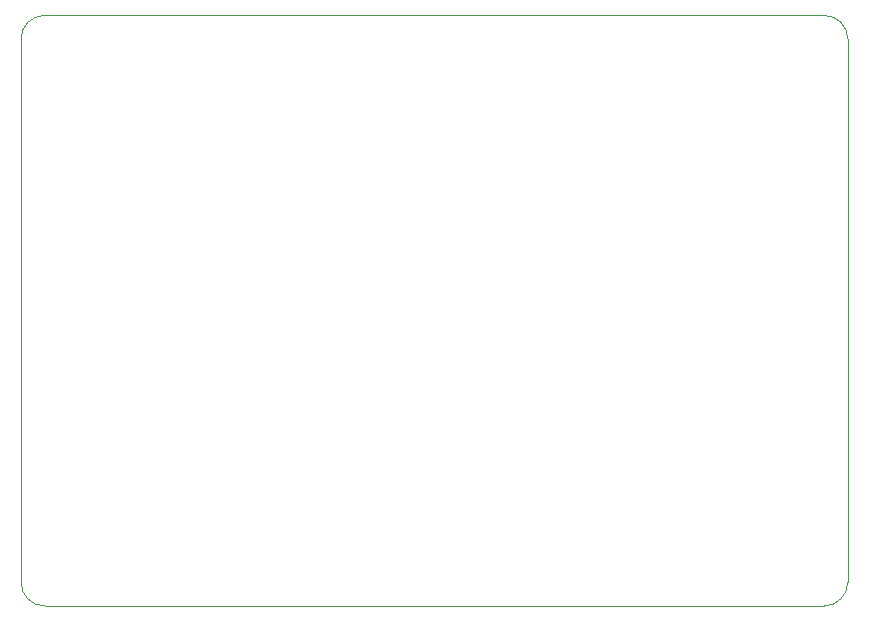
<source format=gbo>
G04 #@! TF.GenerationSoftware,KiCad,Pcbnew,5.1.12-84ad8e8a86~92~ubuntu20.04.1*
G04 #@! TF.CreationDate,2022-04-04T08:19:54+02:00*
G04 #@! TF.ProjectId,s88iso,73383869-736f-42e6-9b69-6361645f7063,2020/08*
G04 #@! TF.SameCoordinates,Original*
G04 #@! TF.FileFunction,Legend,Bot*
G04 #@! TF.FilePolarity,Positive*
%FSLAX46Y46*%
G04 Gerber Fmt 4.6, Leading zero omitted, Abs format (unit mm)*
G04 Created by KiCad (PCBNEW 5.1.12-84ad8e8a86~92~ubuntu20.04.1) date 2022-04-04 08:19:54*
%MOMM*%
%LPD*%
G01*
G04 APERTURE LIST*
G04 #@! TA.AperFunction,Profile*
%ADD10C,0.050000*%
G04 #@! TD*
G04 APERTURE END LIST*
D10*
X100000000Y-128000000D02*
X100000000Y-82000000D01*
X168000000Y-130000000D02*
X102000000Y-130000000D01*
X170000000Y-82000000D02*
X170000000Y-128000000D01*
X168000000Y-80000000D02*
X102000000Y-80000000D01*
X100000000Y-82000000D02*
G75*
G02*
X102000000Y-80000000I2000000J0D01*
G01*
X168000000Y-80000000D02*
G75*
G02*
X170000000Y-82000000I0J-2000000D01*
G01*
X170000000Y-128000000D02*
G75*
G02*
X168000000Y-130000000I-2000000J0D01*
G01*
X102000000Y-130000000D02*
G75*
G02*
X100000000Y-128000000I0J2000000D01*
G01*
M02*

</source>
